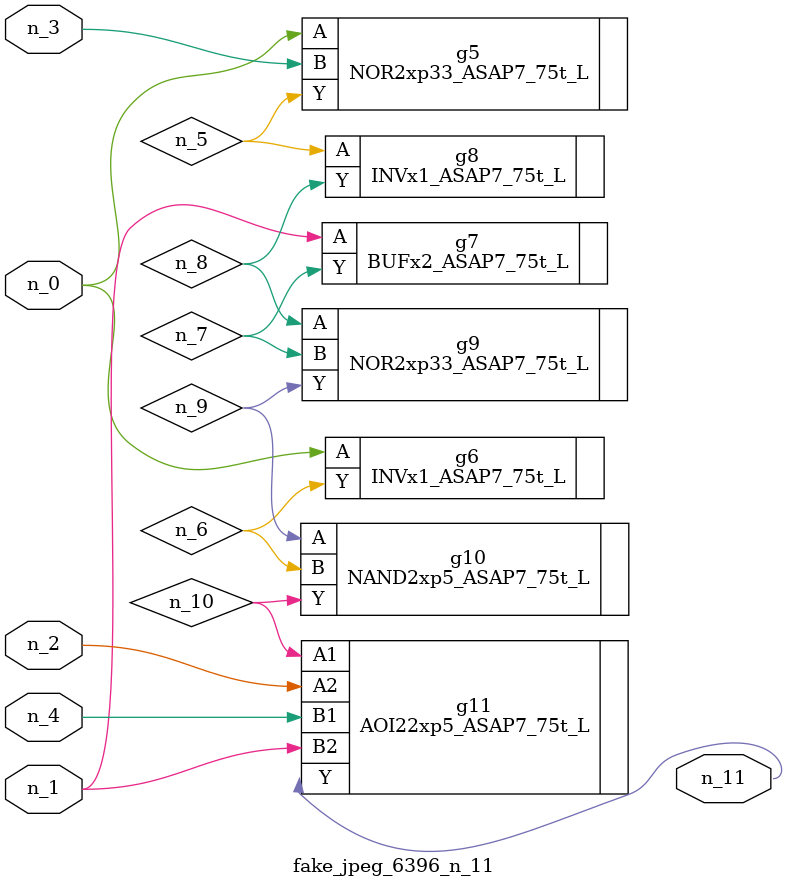
<source format=v>
module fake_jpeg_6396_n_11 (n_3, n_2, n_1, n_0, n_4, n_11);

input n_3;
input n_2;
input n_1;
input n_0;
input n_4;

output n_11;

wire n_10;
wire n_8;
wire n_9;
wire n_6;
wire n_5;
wire n_7;

NOR2xp33_ASAP7_75t_L g5 ( 
.A(n_0),
.B(n_3),
.Y(n_5)
);

INVx1_ASAP7_75t_L g6 ( 
.A(n_0),
.Y(n_6)
);

BUFx2_ASAP7_75t_L g7 ( 
.A(n_1),
.Y(n_7)
);

INVx1_ASAP7_75t_L g8 ( 
.A(n_5),
.Y(n_8)
);

NOR2xp33_ASAP7_75t_L g9 ( 
.A(n_8),
.B(n_7),
.Y(n_9)
);

NAND2xp5_ASAP7_75t_L g10 ( 
.A(n_9),
.B(n_6),
.Y(n_10)
);

AOI22xp5_ASAP7_75t_L g11 ( 
.A1(n_10),
.A2(n_2),
.B1(n_4),
.B2(n_1),
.Y(n_11)
);


endmodule
</source>
